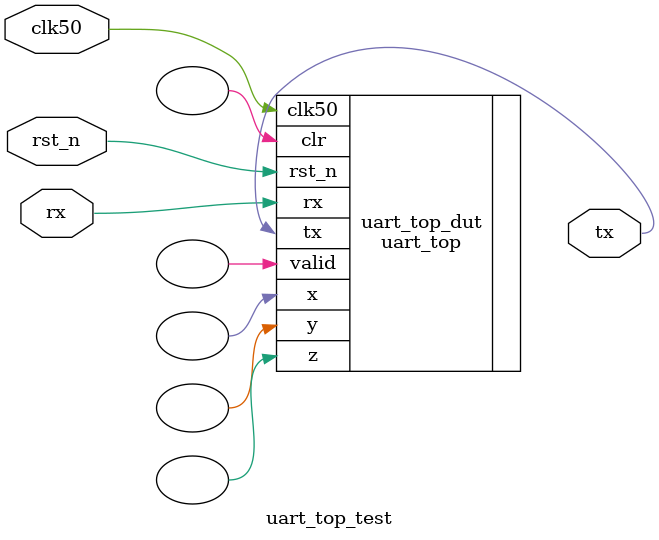
<source format=v>
module uart_top_test(
        input clk50,
        input rst_n,
        input rx,
        output tx
    );

    uart_top 
    uart_top_dut (
      .clk50 (clk50 ),
      .rst_n (rst_n ),
      .rx (rx ),
      .clr ( ),
      .tx (tx ),
      .x ( ),
      .y ( ),
      .z ( ),
      .valid  ( )
    );
  
endmodule
</source>
